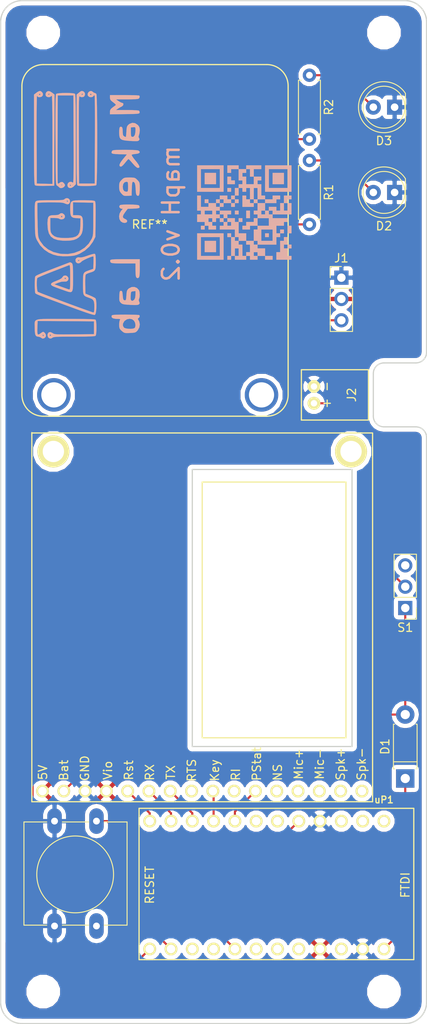
<source format=kicad_pcb>
(kicad_pcb (version 20171130) (host pcbnew "(5.0.0-3-g5ebb6b6)")
  (layers (0 F.Cu signal) (31 B.Cu signal) (34 B.Paste user) (35 F.Paste user) (36 B.SilkS user) (37 F.SilkS user) (38 B.Mask user) (39 F.Mask user) (44 Edge.Cuts user))
  (net 0 "")
  (net 1 GND)
  (net 2 "Net-(D2-Pad2)")
  (net 3 "Net-(D3-Pad2)")
  (net 4 VCC)
  (net 5 "Net-(J1-Pad3)")
  (net 6 "Net-(J2-Pad1)")
  (net 7 "Net-(R1-Pad2)")
  (net 8 "Net-(R2-Pad2)")
  (net 9 INT0)
  (net 10 "Net-(U1-Pad5)")
  (net 11 "Net-(U1-Pad6)")
  (net 12 "Net-(U1-Pad7)")
  (net 13 "Net-(U1-Pad8)")
  (net 14 "Net-(U1-Pad9)")
  (net 15 "Net-(U1-Pad10)")
  (net 16 "Net-(U1-Pad11)")
  (net 17 "Net-(U1-Pad12)")
  (net 18 "Net-(U1-Pad13)")
  (net 19 "Net-(U1-Pad14)")
  (net 20 "Net-(U1-Pad15)")
  (net 21 "Net-(U1-Pad16)")
  (net 22 "Net-(uP1-Pad27)")
  (net 23 "Net-(uP1-Pad7)")
  (net 24 "Net-(uP1-Pad8)")
  (net 25 "Net-(uP1-Pad9)")
  (net 26 "Net-(uP1-Pad12)")
  (net 27 "Net-(uP1-Pad13)")
  (net 28 "Net-(uP1-Pad21)")
  (net 29 "Net-(uP1-Pad23)")
  (net 30 "Net-(uP1-Pad24)")
  (net 31 "Net-(uP1-Pad25)")
  (net 32 "Net-(S1-Pad3)")
  (net 33 BAT+)
  (net 34 "Net-(D1-Pad1)")
  (net 35 "Net-(uP1-Pad28)")
  (module Mounting_Holes:MountingHole_3mm (layer F.Cu) (at 170.18 151.13)
    (fp_text reference REF** hide)
    (fp_text value MountingHole_3mm hide)
    (pad 1 np_thru_hole circle (at 0 0) (size 3 3) (drill 3) (layers *.Cu *.Mask))
  )
  (module Mounting_Holes:MountingHole_3mm (layer F.Cu) (at 129.54 151.13)
    (fp_text reference REF** hide)
    (fp_text value MountingHole_3mm hide)
    (pad 1 np_thru_hole circle (at 0 0) (size 3 3) (drill 3) (layers *.Cu *.Mask))
  )
  (module Mounting_Holes:MountingHole_3mm (layer F.Cu) (at 129.54 36.83)
    (fp_text reference REF** hide)
    (fp_text value MountingHole_3mm hide)
    (pad 1 np_thru_hole circle (at 0 0) (size 3 3) (drill 3) (layers *.Cu *.Mask))
  )
  (module Diodes_THT:D_DO-41_SOD81_P7.62mm_Horizontal (layer F.Cu) (at 172.72 125.73 90)
    (fp_text reference D1 (at 3.81 -2.41 90) (layer F.SilkS))
    (fp_text value D hide)
    (pad 1 thru_hole rect (at 0 0 90) (size 2.2 2.2) (drill 1.1) (layers *.Cu *.Mask) (net 34 "Net-(D1-Pad1)"))
    (pad 2 thru_hole oval (at 7.62 0 90) (size 2.2 2.2) (drill 1.1) (layers *.Cu *.Mask) (net 33 BAT+))
  )
  (module LEDs:LED_D5.0mm_FlatTop (layer F.Cu) (at 171.45 55.88 180)
    (fp_text reference D2 (at 1.27 -4.01 180) (layer F.SilkS))
    (fp_text value RED)
    (pad 1 thru_hole rect (at 0 0 180) (size 1.8 1.8) (drill 0.9) (layers *.Cu *.Mask) (net 1 GND))
    (pad 2 thru_hole circle (at 2.54 0 180) (size 1.8 1.8) (drill 0.9) (layers *.Cu *.Mask) (net 2 "Net-(D2-Pad2)"))
  )
  (module LEDs:LED_D5.0mm_FlatTop (layer F.Cu) (at 171.45 45.72 180)
    (fp_text reference D3 (at 1.27 -4.01 180) (layer F.SilkS))
    (fp_text value GREEN)
    (pad 1 thru_hole rect (at 0 0 180) (size 1.8 1.8) (drill 0.9) (layers *.Cu *.Mask) (net 1 GND))
    (pad 2 thru_hole circle (at 2.54 0 180) (size 1.8 1.8) (drill 0.9) (layers *.Cu *.Mask) (net 3 "Net-(D3-Pad2)"))
  )
  (module DAI_Maker_Lab_footprints:JST-PH-2 (layer F.Cu) (at 163.83 80.01 270)
    (fp_text reference J2 (at 0 -2.5 270) (layer F.SilkS))
    (fp_text value JST)
    (fp_text user - (at -1 0.5 270) (layer F.SilkS))
    (fp_text user + (at 1 0.5 270) (layer F.SilkS))
    (pad 2 thru_hole circle (at -1 2 270) (size 1.524 1.524) (drill 0.762) (layers *.Cu *.Mask F.SilkS) (net 1 GND))
    (pad 1 thru_hole circle (at 1 2 270) (size 1.524 1.524) (drill 0.762) (layers *.Cu *.Mask F.SilkS) (net 6 "Net-(J2-Pad1)"))
  )
  (module Resistors_THT:R_Axial_DIN0207_L6.3mm_D2.5mm_P7.62mm_Horizontal (layer F.Cu) (at 161.29 52.07 270)
    (fp_text reference R1 (at 3.81 -2.31 270) (layer F.SilkS))
    (fp_text value R)
    (pad 1 thru_hole circle (at 0 0 270) (size 1.6 1.6) (drill 0.8) (layers *.Cu *.Mask) (net 2 "Net-(D2-Pad2)"))
    (pad 2 thru_hole oval (at 7.62 0 270) (size 1.6 1.6) (drill 0.8) (layers *.Cu *.Mask) (net 7 "Net-(R1-Pad2)"))
  )
  (module Resistors_THT:R_Axial_DIN0207_L6.3mm_D2.5mm_P7.62mm_Horizontal (layer F.Cu) (at 161.29 41.91 270)
    (fp_text reference R2 (at 3.81 -2.31 270) (layer F.SilkS))
    (fp_text value R)
    (pad 1 thru_hole circle (at 0 0 270) (size 1.6 1.6) (drill 0.8) (layers *.Cu *.Mask) (net 3 "Net-(D3-Pad2)"))
    (pad 2 thru_hole oval (at 7.62 0 270) (size 1.6 1.6) (drill 0.8) (layers *.Cu *.Mask) (net 8 "Net-(R2-Pad2)"))
  )
  (module Buttons_Switches_THT:SW_PUSH-12mm (layer F.Cu) (at 135.89 130.81 270)
    (fp_text reference S2 hide)
    (fp_text value DTS-3 hide)
    (pad 1 thru_hole oval (at 12.5 0 270) (size 3.048 1.7272) (drill 0.8128) (layers *.Cu *.Mask) (net 9 INT0))
    (pad 2 thru_hole oval (at 12.5 5 270) (size 3.048 1.7272) (drill 0.8128) (layers *.Cu *.Mask) (net 1 GND))
    (pad 1 thru_hole oval (at 0 0 270) (size 3.048 1.7272) (drill 0.8128) (layers *.Cu *.Mask) (net 9 INT0))
    (pad 2 thru_hole oval (at 0 5 270) (size 3.048 1.7272) (drill 0.8128) (layers *.Cu *.Mask) (net 1 GND))
  )
  (module DAI_Maker_Lab_footprints:FONA_808 (layer F.Cu) (at 148.5011 105.0036)
    (fp_text reference U1 hide)
    (fp_text value FONA_808 hide)
    (fp_text user Spk- (at 19 19 90) (layer F.SilkS))
    (fp_text user Spk+ (at 16.5 19 90) (layer F.SilkS))
    (fp_text user Mic- (at 14 19 90) (layer F.SilkS))
    (fp_text user Mic+ (at 11.5 19 90) (layer F.SilkS))
    (fp_text user NS (at 9 20 90) (layer F.SilkS))
    (fp_text user PStat (at 6.5 19 90) (layer F.SilkS))
    (fp_text user RI (at 4 20.25 90) (layer F.SilkS))
    (fp_text user Key (at 1.5 19.75 90) (layer F.SilkS))
    (fp_text user RTS (at -1.25 19.75 90) (layer F.SilkS))
    (fp_text user TX (at -3.75 20 90) (layer F.SilkS))
    (fp_text user RX (at -6.25 20 90) (layer F.SilkS))
    (fp_text user Rst (at -8.75 19.75 90) (layer F.SilkS))
    (fp_text user Vio (at -11.25 19.75 90) (layer F.SilkS))
    (fp_text user GND (at -14 19.5 90) (layer F.SilkS))
    (fp_text user Bat (at -16.5 19.75 90) (layer F.SilkS))
    (fp_text user 5V (at -19 20 90) (layer F.SilkS))
    (pad 18 thru_hole circle (at 17.75 -18.25) (size 3.81 3.81) (drill 2.54) (layers *.Cu *.Mask F.SilkS))
    (pad 1 thru_hole circle (at -19.05 22.225) (size 1.524 1.524) (drill 1.016) (layers *.Cu *.Mask F.SilkS) (net 4 VCC))
    (pad 2 thru_hole circle (at -16.51 22.225) (size 1.524 1.524) (drill 1.016) (layers *.Cu *.Mask F.SilkS) (net 33 BAT+))
    (pad 3 thru_hole circle (at -13.97 22.225) (size 1.524 1.524) (drill 1.016) (layers *.Cu *.Mask F.SilkS) (net 1 GND))
    (pad 4 thru_hole circle (at -11.43 22.225) (size 1.524 1.524) (drill 1.016) (layers *.Cu *.Mask F.SilkS) (net 4 VCC))
    (pad 5 thru_hole circle (at -8.89 22.225) (size 1.524 1.524) (drill 1.016) (layers *.Cu *.Mask F.SilkS) (net 10 "Net-(U1-Pad5)"))
    (pad 6 thru_hole circle (at -6.35 22.225) (size 1.524 1.524) (drill 1.016) (layers *.Cu *.Mask F.SilkS) (net 11 "Net-(U1-Pad6)"))
    (pad 7 thru_hole circle (at -3.81 22.225) (size 1.524 1.524) (drill 1.016) (layers *.Cu *.Mask F.SilkS) (net 12 "Net-(U1-Pad7)"))
    (pad 8 thru_hole circle (at -1.27 22.225) (size 1.524 1.524) (drill 1.016) (layers *.Cu *.Mask F.SilkS) (net 13 "Net-(U1-Pad8)"))
    (pad 9 thru_hole circle (at 1.27 22.225) (size 1.524 1.524) (drill 1.016) (layers *.Cu *.Mask F.SilkS) (net 14 "Net-(U1-Pad9)"))
    (pad 10 thru_hole circle (at 3.81 22.225) (size 1.524 1.524) (drill 1.016) (layers *.Cu *.Mask F.SilkS) (net 15 "Net-(U1-Pad10)"))
    (pad 11 thru_hole circle (at 6.35 22.225) (size 1.524 1.524) (drill 1.016) (layers *.Cu *.Mask F.SilkS) (net 16 "Net-(U1-Pad11)"))
    (pad 12 thru_hole circle (at 8.89 22.225) (size 1.524 1.524) (drill 1.016) (layers *.Cu *.Mask F.SilkS) (net 17 "Net-(U1-Pad12)"))
    (pad 13 thru_hole circle (at 11.43 22.225) (size 1.524 1.524) (drill 1.016) (layers *.Cu *.Mask F.SilkS) (net 18 "Net-(U1-Pad13)"))
    (pad 14 thru_hole circle (at 13.97 22.225) (size 1.524 1.524) (drill 1.016) (layers *.Cu *.Mask F.SilkS) (net 19 "Net-(U1-Pad14)"))
    (pad 15 thru_hole circle (at 16.51 22.225) (size 1.524 1.524) (drill 1.016) (layers *.Cu *.Mask F.SilkS) (net 20 "Net-(U1-Pad15)"))
    (pad 16 thru_hole circle (at 19.05 22.225) (size 1.524 1.524) (drill 1.016) (layers *.Cu *.Mask F.SilkS) (net 21 "Net-(U1-Pad16)"))
    (pad 17 thru_hole circle (at -17.75 -18.25) (size 3.81 3.81) (drill 2.54) (layers *.Cu *.Mask F.SilkS))
  )
  (module DAI_Maker_Lab_footprints:DFRobot_pH_Meter (layer F.Cu) (at 142.24 60.96 180)
    (fp_text reference REF** (at 0 1.27 180) (layer F.SilkS))
    (fp_text value DFRobot_pH_Meter)
    (pad "" np_thru_hole circle (at 11.43 -19.05 180) (size 4 4) (drill 3) (layers *.Cu *.Mask))
    (pad "" np_thru_hole circle (at -13.335 -19.05 180) (size 4 4) (drill 3) (layers *.Cu *.Mask))
  )
  (module Socket_Strips:Socket_Strip_Straight_1x03_Pitch2.54mm (layer F.Cu) (at 165.1 66.04)
    (fp_text reference J1 (at 0 -2.33) (layer F.SilkS))
    (fp_text value DFRobot)
    (pad 1 thru_hole rect (at 0 0) (size 1.7 1.7) (drill 1) (layers *.Cu *.Mask) (net 1 GND))
    (pad 2 thru_hole oval (at 0 2.54) (size 1.7 1.7) (drill 1) (layers *.Cu *.Mask) (net 4 VCC))
    (pad 3 thru_hole oval (at 0 5.08) (size 1.7 1.7) (drill 1) (layers *.Cu *.Mask) (net 5 "Net-(J1-Pad3)"))
  )
  (module Socket_Strips:Socket_Strip_Straight_1x03_Pitch2.54mm (layer F.Cu) (at 172.72 105.41 180)
    (fp_text reference S1 (at 0 -2.33 180) (layer F.SilkS))
    (fp_text value Power)
    (pad 1 thru_hole rect (at 0 0 180) (size 1.7 1.7) (drill 1) (layers *.Cu *.Mask) (net 33 BAT+))
    (pad 2 thru_hole oval (at 0 2.54 180) (size 1.7 1.7) (drill 1) (layers *.Cu *.Mask) (net 6 "Net-(J2-Pad1)"))
    (pad 3 thru_hole oval (at 0 5.08 180) (size 1.7 1.7) (drill 1) (layers *.Cu *.Mask) (net 32 "Net-(S1-Pad3)"))
  )
  (module Mounting_Holes:MountingHole_3mm (layer F.Cu) (at 170.18 36.83)
    (fp_text reference REF** hide)
    (fp_text value MountingHole_3mm hide)
    (pad 1 np_thru_hole circle (at 0 0) (size 3 3) (drill 3) (layers *.Cu *.Mask))
  )
  (module DAI_Maker_Lab_footprints:Arduino_Pro_Mini-6 (layer F.Cu) (at 156.21 138.43 180)
    (fp_text reference uP1 (at -13.97 10.16 180) (layer F.SilkS) (effects (font (size 0.8 0.8) (thickness 0.16))))
    (fp_text value ARDUPROMINI-6 hide)
    (fp_text user RESET (at 13.97 0 270) (layer F.SilkS))
    (fp_text user FTDI (at -16.51 0 270) (layer F.SilkS))
    (pad 7 thru_hole circle (at -13.97 7.62 180) (size 1.524 1.524) (drill 1.016) (layers *.Cu *.Mask F.SilkS) (net 23 "Net-(uP1-Pad7)"))
    (pad 8 thru_hole circle (at -11.43 7.62 180) (size 1.524 1.524) (drill 1.016) (layers *.Cu *.Mask F.SilkS) (net 24 "Net-(uP1-Pad8)"))
    (pad 9 thru_hole circle (at -8.89 7.62 180) (size 1.524 1.524) (drill 1.016) (layers *.Cu *.Mask F.SilkS) (net 25 "Net-(uP1-Pad9)"))
    (pad 10 thru_hole circle (at -6.35 7.62 180) (size 1.524 1.524) (drill 1.016) (layers *.Cu *.Mask F.SilkS) (net 1 GND))
    (pad 11 thru_hole circle (at -3.81 7.62 180) (size 1.524 1.524) (drill 1.016) (layers *.Cu *.Mask F.SilkS) (net 9 INT0))
    (pad 12 thru_hole circle (at -1.27 7.62 180) (size 1.524 1.524) (drill 1.016) (layers *.Cu *.Mask F.SilkS) (net 26 "Net-(uP1-Pad12)"))
    (pad 13 thru_hole circle (at 1.27 7.62 180) (size 1.524 1.524) (drill 1.016) (layers *.Cu *.Mask F.SilkS) (net 27 "Net-(uP1-Pad13)"))
    (pad 14 thru_hole circle (at 3.81 7.62 180) (size 1.524 1.524) (drill 1.016) (layers *.Cu *.Mask F.SilkS) (net 16 "Net-(U1-Pad11)"))
    (pad 15 thru_hole circle (at 6.35 7.62 180) (size 1.524 1.524) (drill 1.016) (layers *.Cu *.Mask F.SilkS) (net 14 "Net-(U1-Pad9)"))
    (pad 16 thru_hole circle (at 8.89 7.62 180) (size 1.524 1.524) (drill 1.016) (layers *.Cu *.Mask F.SilkS) (net 12 "Net-(U1-Pad7)"))
    (pad 17 thru_hole circle (at 11.43 7.62 180) (size 1.524 1.524) (drill 1.016) (layers *.Cu *.Mask F.SilkS) (net 11 "Net-(U1-Pad6)"))
    (pad 18 thru_hole circle (at 13.97 7.62 180) (size 1.524 1.524) (drill 1.016) (layers *.Cu *.Mask F.SilkS) (net 10 "Net-(U1-Pad5)"))
    (pad 30 thru_hole circle (at 13.97 -7.62 180) (size 1.524 1.524) (drill 1.016) (layers *.Cu *.Mask F.SilkS) (net 8 "Net-(R2-Pad2)"))
    (pad 29 thru_hole circle (at 11.43 -7.62 180) (size 1.524 1.524) (drill 1.016) (layers *.Cu *.Mask F.SilkS) (net 7 "Net-(R1-Pad2)"))
    (pad 28 thru_hole circle (at 8.89 -7.62 180) (size 1.524 1.524) (drill 1.016) (layers *.Cu *.Mask F.SilkS) (net 35 "Net-(uP1-Pad28)"))
    (pad 27 thru_hole circle (at 6.35 -7.62 180) (size 1.524 1.524) (drill 1.016) (layers *.Cu *.Mask F.SilkS) (net 22 "Net-(uP1-Pad27)"))
    (pad 26 thru_hole circle (at 3.81 -7.62 180) (size 1.524 1.524) (drill 1.016) (layers *.Cu *.Mask F.SilkS) (net 5 "Net-(J1-Pad3)"))
    (pad 25 thru_hole circle (at 1.27 -7.62 180) (size 1.524 1.524) (drill 1.016) (layers *.Cu *.Mask F.SilkS) (net 31 "Net-(uP1-Pad25)"))
    (pad 24 thru_hole circle (at -1.27 -7.62 180) (size 1.524 1.524) (drill 1.016) (layers *.Cu *.Mask F.SilkS) (net 30 "Net-(uP1-Pad24)"))
    (pad 23 thru_hole circle (at -3.81 -7.62 180) (size 1.524 1.524) (drill 1.016) (layers *.Cu *.Mask F.SilkS) (net 29 "Net-(uP1-Pad23)"))
    (pad 22 thru_hole circle (at -6.35 -7.62 180) (size 1.524 1.524) (drill 1.016) (layers *.Cu *.Mask F.SilkS) (net 4 VCC))
    (pad 21 thru_hole circle (at -8.89 -7.62 180) (size 1.524 1.524) (drill 1.016) (layers *.Cu *.Mask F.SilkS) (net 28 "Net-(uP1-Pad21)"))
    (pad 20 thru_hole circle (at -11.43 -7.62 180) (size 1.524 1.524) (drill 1.016) (layers *.Cu *.Mask F.SilkS) (net 1 GND))
    (pad 19 thru_hole circle (at -13.97 -7.62 180) (size 1.524 1.524) (drill 1.016) (layers *.Cu *.Mask F.SilkS) (net 34 "Net-(D1-Pad1)"))
  )
  (module DAI_Maker_Lab_footprints:dai_maker_lab_logo (layer B.Cu) (at 134.62 58.42 270)
    (fp_text reference G*** hide)
    (fp_text value LOGO hide)
  )
  (module DAI_Maker_Lab_footprints:makerlabqr (layer B.Cu) (at 146.05 50.8 270)
    (fp_text reference makerlabqr hide)
    (fp_text value "" (at 0 0 270) (layer B.SilkS) (effects (font (size 1.524 1.524)) (justify mirror)))
  )
  (gr_text "mapH v0.2" (at 144.78 58.42 90) (layer B.SilkS) (effects (font (size 2 2) (thickness 0.3)) (justify mirror)))
  (gr_line (start 124.46 151.13) (end 124.46 152.4) (angle 90) (layer Edge.Cuts) (width 0.15))
  (gr_line (start 175.26 151.13) (end 175.26 152.4) (angle 90) (layer Edge.Cuts) (width 0.15))
  (gr_line (start 175.26 35.56) (end 175.26 38.1) (angle 90) (layer Edge.Cuts) (width 0.15))
  (gr_line (start 124.46 38.1) (end 124.46 35.56) (angle 90) (layer Edge.Cuts) (width 0.15))
  (gr_line (start 175.26 40.64) (end 175.26 38.1) (angle 90) (layer Edge.Cuts) (width 0.15))
  (gr_line (start 124.46 40.64) (end 124.46 38.1) (angle 90) (layer Edge.Cuts) (width 0.15))
  (gr_line (start 175.26 151.13) (end 175.26 148.59) (angle 90) (layer Edge.Cuts) (width 0.15))
  (gr_line (start 124.46 151.13) (end 124.46 148.59) (angle 90) (layer Edge.Cuts) (width 0.15))
  (gr_line (start 147.32 121.92) (end 147.32 88.9) (angle 90) (layer Edge.Cuts) (width 0.15))
  (gr_line (start 166.37 121.92) (end 147.32 121.92) (angle 90) (layer Edge.Cuts) (width 0.15))
  (gr_line (start 166.37 88.9) (end 166.37 121.92) (angle 90) (layer Edge.Cuts) (width 0.15))
  (gr_line (start 147.32 88.9) (end 166.37 88.9) (angle 90) (layer Edge.Cuts) (width 0.15))
  (gr_line (start 175.26 85.09) (end 175.26 148.59) (angle 90) (layer Edge.Cuts) (width 0.15))
  (gr_line (start 175.26 74.93) (end 175.26 40.64) (angle 90) (layer Edge.Cuts) (width 0.15))
  (gr_line (start 170.18 83.82) (end 173.99 83.82) (angle 90) (layer Edge.Cuts) (width 0.15))
  (gr_line (start 170.18 76.2) (end 173.99 76.2) (angle 90) (layer Edge.Cuts) (width 0.15))
  (gr_line (start 168.91 77.47) (end 168.91 82.55) (angle 90) (layer Edge.Cuts) (width 0.15))
  (gr_arc (start 173.99 74.93) (end 175.26 74.93) (angle 90) (layer Edge.Cuts) (width 0.15))
  (gr_arc (start 173.99 85.09) (end 173.99 83.82) (angle 90) (layer Edge.Cuts) (width 0.15))
  (gr_arc (start 170.18 82.55) (end 170.18 83.82) (angle 90) (layer Edge.Cuts) (width 0.15))
  (gr_arc (start 170.18 77.47) (end 168.91 77.47) (angle 90) (layer Edge.Cuts) (width 0.15))
  (gr_arc (start 172.72 152.4) (end 175.26 152.4) (angle 90) (layer Edge.Cuts) (width 0.15))
  (gr_line (start 127 154.94) (end 172.72 154.94) (angle 90) (layer Edge.Cuts) (width 0.15))
  (gr_arc (start 127 152.4) (end 127 154.94) (angle 90) (layer Edge.Cuts) (width 0.15))
  (gr_line (start 124.46 40.64) (end 124.46 148.59) (angle 90) (layer Edge.Cuts) (width 0.15))
  (gr_arc (start 127 35.56) (end 124.46 35.56) (angle 90) (layer Edge.Cuts) (width 0.15))
  (gr_arc (start 172.72 35.56) (end 172.72 33.02) (angle 90) (layer Edge.Cuts) (width 0.15))
  (gr_line (start 127 33.02) (end 172.72 33.02) (angle 90) (layer Edge.Cuts) (width 0.15))
  (segment (start 161.29 52.07) (end 165.1 52.07) (width 0.25) (layer F.Cu) (net 2))
  (segment (start 165.1 52.07) (end 168.91 55.88) (width 0.25) (layer F.Cu) (net 2))
  (segment (start 161.29 41.91) (end 165.1 41.91) (width 0.25) (layer F.Cu) (net 3))
  (segment (start 165.1 41.91) (end 168.91 45.72) (width 0.25) (layer F.Cu) (net 3))
  (segment (start 152.4 146.05) (end 146.05 139.7) (width 0.25) (layer F.Cu) (net 5))
  (segment (start 156.21 71.12) (end 165.1 71.12) (width 0.25) (layer F.Cu) (net 5))
  (segment (start 128.27 99.06) (end 156.21 71.12) (width 0.25) (layer F.Cu) (net 5))
  (segment (start 128.27 137.16) (end 128.27 99.06) (width 0.25) (layer F.Cu) (net 5))
  (segment (start 130.81 139.7) (end 128.27 137.16) (width 0.25) (layer F.Cu) (net 5))
  (segment (start 140.97 139.7) (end 130.81 139.7) (width 0.25) (layer F.Cu) (net 5))
  (segment (start 140.97 139.7) (end 146.05 139.7) (width 0.25) (layer F.Cu) (net 5))
  (segment (start 161.83 81.01) (end 164.83 81.01) (width 0.25) (layer F.Cu) (net 6))
  (segment (start 170.18 100.33) (end 172.72 102.87) (width 0.25) (layer F.Cu) (net 6))
  (segment (start 170.18 86.36) (end 170.18 100.33) (width 0.25) (layer F.Cu) (net 6))
  (segment (start 164.83 81.01) (end 170.18 86.36) (width 0.25) (layer F.Cu) (net 6))
  (segment (start 161.29 59.69) (end 132.08 59.69) (width 0.25) (layer F.Cu) (net 7))
  (segment (start 142.24 143.51) (end 144.78 146.05) (width 0.25) (layer F.Cu) (net 7))
  (segment (start 139.7 146.05) (end 142.24 143.51) (width 0.25) (layer F.Cu) (net 7))
  (segment (start 128.27 146.05) (end 139.7 146.05) (width 0.25) (layer F.Cu) (net 7))
  (segment (start 127 144.78) (end 128.27 146.05) (width 0.25) (layer F.Cu) (net 7))
  (segment (start 127 64.77) (end 127 144.78) (width 0.25) (layer F.Cu) (net 7))
  (segment (start 132.08 59.69) (end 127 64.77) (width 0.25) (layer F.Cu) (net 7))
  (segment (start 161.29 49.53) (end 132.08 49.53) (width 0.25) (layer F.Cu) (net 8))
  (segment (start 140.97 147.32) (end 142.24 146.05) (width 0.25) (layer F.Cu) (net 8))
  (segment (start 128.27 147.32) (end 140.97 147.32) (width 0.25) (layer F.Cu) (net 8))
  (segment (start 125.73 144.78) (end 128.27 147.32) (width 0.25) (layer F.Cu) (net 8))
  (segment (start 125.73 55.88) (end 125.73 144.78) (width 0.25) (layer F.Cu) (net 8))
  (segment (start 132.08 49.53) (end 125.73 55.88) (width 0.25) (layer F.Cu) (net 8))
  (segment (start 135.89 130.81) (end 137.16 130.81) (width 0.25) (layer F.Cu) (net 9))
  (segment (start 157.48 133.35) (end 160.02 130.81) (width 0.25) (layer F.Cu) (net 9))
  (segment (start 139.7 133.35) (end 157.48 133.35) (width 0.25) (layer F.Cu) (net 9))
  (segment (start 137.16 130.81) (end 139.7 133.35) (width 0.25) (layer F.Cu) (net 9))
  (segment (start 135.89 143.31) (end 135.89 143.51) (width 0.25) (layer F.Cu) (net 9))
  (segment (start 142.24 130.81) (end 142.24 129.8575) (width 0.25) (layer F.Cu) (net 10))
  (segment (start 142.24 129.8575) (end 139.6111 127.2286) (width 0.25) (layer F.Cu) (net 10))
  (segment (start 144.78 130.81) (end 144.78 129.8575) (width 0.25) (layer F.Cu) (net 11))
  (segment (start 144.78 129.8575) (end 142.1511 127.2286) (width 0.25) (layer F.Cu) (net 11))
  (segment (start 147.32 130.81) (end 147.32 129.8575) (width 0.25) (layer F.Cu) (net 12))
  (segment (start 147.32 129.8575) (end 144.6911 127.2286) (width 0.25) (layer F.Cu) (net 12))
  (segment (start 149.86 130.81) (end 149.86 127.3175) (width 0.25) (layer F.Cu) (net 14))
  (segment (start 149.86 127.3175) (end 149.7711 127.2286) (width 0.25) (layer F.Cu) (net 14))
  (segment (start 152.4 130.81) (end 152.4 129.6797) (width 0.25) (layer F.Cu) (net 16))
  (segment (start 152.4 129.6797) (end 154.8511 127.2286) (width 0.25) (layer F.Cu) (net 16))
  (segment (start 172.72 118.11) (end 170.18 118.11) (width 0.25) (layer F.Cu) (net 33))
  (segment (start 136.0297 123.19) (end 131.9911 127.2286) (width 0.25) (layer F.Cu) (net 33))
  (segment (start 166.37 123.19) (end 136.0297 123.19) (width 0.25) (layer F.Cu) (net 33))
  (segment (start 167.64 121.92) (end 166.37 123.19) (width 0.25) (layer F.Cu) (net 33))
  (segment (start 167.64 120.65) (end 167.64 121.92) (width 0.25) (layer F.Cu) (net 33))
  (segment (start 170.18 118.11) (end 167.64 120.65) (width 0.25) (layer F.Cu) (net 33))
  (segment (start 172.72 118.11) (end 172.72 105.41) (width 0.25) (layer F.Cu) (net 33))
  (segment (start 172.72 125.73) (end 172.72 143.51) (width 0.25) (layer F.Cu) (net 34))
  (segment (start 172.72 143.51) (end 170.18 146.05) (width 0.25) (layer F.Cu) (net 34))
  (zone (net 1) (net_name GND) (layer B.Cu) (connect_pads (clearance 0.508)) (min_thickness 0.254) (fill yes (arc_segments 16) (thermal_gap 0.508) (thermal_bridge_width 0.508))
    (polygon (pts (xy 175.26 154.94) (xy 124.46 154.94) (xy 124.46 33.02) (xy 175.26 33.02)))
  )
  (zone (net 4) (net_name VCC) (layer F.Cu) (connect_pads (clearance 0.508)) (min_thickness 0.254) (fill yes (arc_segments 16) (thermal_gap 0.508) (thermal_bridge_width 0.508))
    (polygon (pts (xy 175.26 154.94) (xy 124.46 154.94) (xy 124.46 33.02) (xy 175.26 33.02)))
  )
)
</source>
